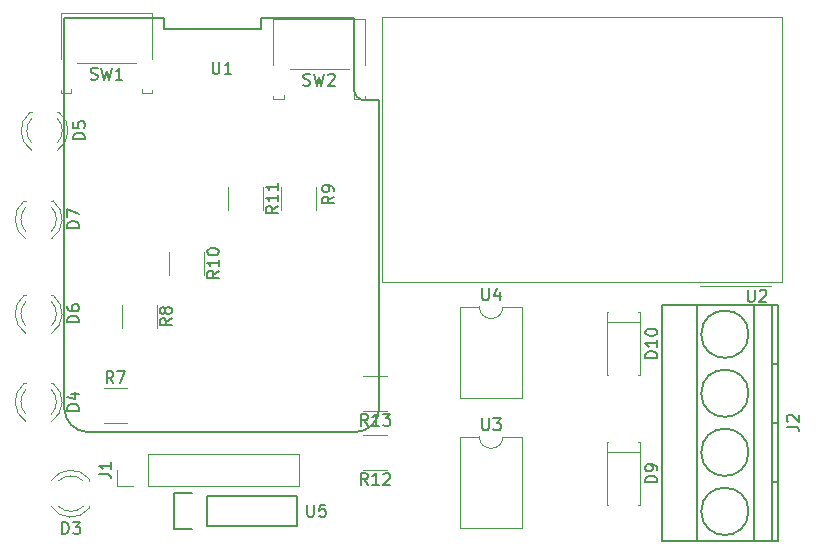
<source format=gto>
G04 #@! TF.GenerationSoftware,KiCad,Pcbnew,(5.1.5-0)*
G04 #@! TF.CreationDate,2020-03-21T14:33:05+01:00*
G04 #@! TF.ProjectId,CaptorBoard,43617074-6f72-4426-9f61-72642e6b6963,rev?*
G04 #@! TF.SameCoordinates,Original*
G04 #@! TF.FileFunction,Legend,Top*
G04 #@! TF.FilePolarity,Positive*
%FSLAX46Y46*%
G04 Gerber Fmt 4.6, Leading zero omitted, Abs format (unit mm)*
G04 Created by KiCad (PCBNEW (5.1.5-0)) date 2020-03-21 14:33:05*
%MOMM*%
%LPD*%
G04 APERTURE LIST*
%ADD10C,0.120000*%
%ADD11C,0.150000*%
G04 APERTURE END LIST*
D10*
X78078608Y-73942335D02*
G75*
G03X78235516Y-70710000I-1078608J1672335D01*
G01*
X75921392Y-73942335D02*
G75*
G02X75764484Y-70710000I1078608J1672335D01*
G01*
X78079837Y-73311130D02*
G75*
G03X78080000Y-71229039I-1079837J1041130D01*
G01*
X75920163Y-73311130D02*
G75*
G02X75920000Y-71229039I1079837J1041130D01*
G01*
X78236000Y-70710000D02*
X78080000Y-70710000D01*
X75920000Y-70710000D02*
X75764000Y-70710000D01*
X78078608Y-81942335D02*
G75*
G03X78235516Y-78710000I-1078608J1672335D01*
G01*
X75921392Y-81942335D02*
G75*
G02X75764484Y-78710000I1078608J1672335D01*
G01*
X78079837Y-81311130D02*
G75*
G03X78080000Y-79229039I-1079837J1041130D01*
G01*
X75920163Y-81311130D02*
G75*
G02X75920000Y-79229039I1079837J1041130D01*
G01*
X78236000Y-78710000D02*
X78080000Y-78710000D01*
X75920000Y-78710000D02*
X75764000Y-78710000D01*
X78578608Y-66442335D02*
G75*
G03X78735516Y-63210000I-1078608J1672335D01*
G01*
X76421392Y-66442335D02*
G75*
G02X76264484Y-63210000I1078608J1672335D01*
G01*
X78579837Y-65811130D02*
G75*
G03X78580000Y-63729039I-1079837J1041130D01*
G01*
X76420163Y-65811130D02*
G75*
G02X76420000Y-63729039I1079837J1041130D01*
G01*
X78736000Y-63210000D02*
X78580000Y-63210000D01*
X76420000Y-63210000D02*
X76264000Y-63210000D01*
X78078608Y-89402335D02*
G75*
G03X78235516Y-86170000I-1078608J1672335D01*
G01*
X75921392Y-89402335D02*
G75*
G02X75764484Y-86170000I1078608J1672335D01*
G01*
X78079837Y-88771130D02*
G75*
G03X78080000Y-86689039I-1079837J1041130D01*
G01*
X75920163Y-88771130D02*
G75*
G02X75920000Y-86689039I1079837J1041130D01*
G01*
X78236000Y-86170000D02*
X78080000Y-86170000D01*
X75920000Y-86170000D02*
X75764000Y-86170000D01*
X78057665Y-96578608D02*
G75*
G03X81290000Y-96735516I1672335J1078608D01*
G01*
X78057665Y-94421392D02*
G75*
G02X81290000Y-94264484I1672335J-1078608D01*
G01*
X78688870Y-96579837D02*
G75*
G03X80770961Y-96580000I1041130J1079837D01*
G01*
X78688870Y-94420163D02*
G75*
G02X80770961Y-94420000I1041130J-1079837D01*
G01*
X81290000Y-96736000D02*
X81290000Y-96580000D01*
X81290000Y-94420000D02*
X81290000Y-94264000D01*
X117960000Y-79670000D02*
X116310000Y-79670000D01*
X117960000Y-87410000D02*
X117960000Y-79670000D01*
X112660000Y-87410000D02*
X117960000Y-87410000D01*
X112660000Y-79670000D02*
X112660000Y-87410000D01*
X114310000Y-79670000D02*
X112660000Y-79670000D01*
X116310000Y-79670000D02*
G75*
G02X114310000Y-79670000I-1000000J0D01*
G01*
X116310000Y-90670000D02*
G75*
G02X114310000Y-90670000I-1000000J0D01*
G01*
X114310000Y-90670000D02*
X112660000Y-90670000D01*
X112660000Y-90670000D02*
X112660000Y-98410000D01*
X112660000Y-98410000D02*
X117960000Y-98410000D01*
X117960000Y-98410000D02*
X117960000Y-90670000D01*
X117960000Y-90670000D02*
X116310000Y-90670000D01*
X139970000Y-55180000D02*
X139970000Y-77620000D01*
X106030000Y-77620000D02*
X106030000Y-55180000D01*
X139970000Y-77620000D02*
X106030000Y-77620000D01*
X139970000Y-55180000D02*
X106030000Y-55180000D01*
X139000000Y-77950000D02*
X133000000Y-77950000D01*
D11*
X90000000Y-95476000D02*
X88476000Y-95476000D01*
X88476000Y-95476000D02*
X88476000Y-98524000D01*
X88476000Y-98524000D02*
X90000000Y-98524000D01*
X91270000Y-95730000D02*
X98890000Y-95730000D01*
X98890000Y-95730000D02*
X98890000Y-98270000D01*
X98890000Y-98270000D02*
X91270000Y-98270000D01*
X91270000Y-98270000D02*
X91270000Y-95730000D01*
D10*
X103730000Y-62120000D02*
X103730000Y-61770000D01*
X104620000Y-62120000D02*
X103730000Y-62120000D01*
X104620000Y-61820000D02*
X104620000Y-62120000D01*
X104620000Y-59180000D02*
X104620000Y-55330000D01*
X104620000Y-55330000D02*
X96880000Y-55330000D01*
X96880000Y-55330000D02*
X96880000Y-59180000D01*
X98260000Y-59570000D02*
X103240000Y-59570000D01*
X97770000Y-62120000D02*
X96880000Y-62120000D01*
X97770000Y-62120000D02*
X97770000Y-61770000D01*
X96880000Y-61820000D02*
X96880000Y-62120000D01*
X85730000Y-61620000D02*
X85730000Y-61270000D01*
X86620000Y-61620000D02*
X85730000Y-61620000D01*
X86620000Y-61320000D02*
X86620000Y-61620000D01*
X86620000Y-58680000D02*
X86620000Y-54830000D01*
X86620000Y-54830000D02*
X78880000Y-54830000D01*
X78880000Y-54830000D02*
X78880000Y-58680000D01*
X80260000Y-59070000D02*
X85240000Y-59070000D01*
X79770000Y-61620000D02*
X78880000Y-61620000D01*
X79770000Y-61620000D02*
X79770000Y-61270000D01*
X78880000Y-61320000D02*
X78880000Y-61620000D01*
X93020000Y-71500000D02*
X93020000Y-69500000D01*
X95980000Y-69500000D02*
X95980000Y-71500000D01*
X88020000Y-77000000D02*
X88020000Y-75000000D01*
X90980000Y-75000000D02*
X90980000Y-77000000D01*
X97520000Y-71500000D02*
X97520000Y-69500000D01*
X100480000Y-69500000D02*
X100480000Y-71500000D01*
X84020000Y-81500000D02*
X84020000Y-79500000D01*
X86980000Y-79500000D02*
X86980000Y-81500000D01*
X82500000Y-86520000D02*
X84500000Y-86520000D01*
X84500000Y-89480000D02*
X82500000Y-89480000D01*
X127780000Y-80150000D02*
X127910000Y-80150000D01*
X127910000Y-80150000D02*
X127910000Y-85470000D01*
X127910000Y-85470000D02*
X127780000Y-85470000D01*
X125220000Y-80150000D02*
X125090000Y-80150000D01*
X125090000Y-80150000D02*
X125090000Y-85470000D01*
X125090000Y-85470000D02*
X125220000Y-85470000D01*
X127910000Y-80990000D02*
X125090000Y-80990000D01*
X127780000Y-91150000D02*
X127910000Y-91150000D01*
X127910000Y-91150000D02*
X127910000Y-96470000D01*
X127910000Y-96470000D02*
X127780000Y-96470000D01*
X125220000Y-91150000D02*
X125090000Y-91150000D01*
X125090000Y-91150000D02*
X125090000Y-96470000D01*
X125090000Y-96470000D02*
X125220000Y-96470000D01*
X127910000Y-91990000D02*
X125090000Y-91990000D01*
D11*
X105830000Y-62200000D02*
X105830000Y-62200000D01*
X104670000Y-62200000D02*
X105830000Y-62200000D01*
X103680000Y-61200000D02*
G75*
G03X104680000Y-62200000I1000000J0D01*
G01*
X103680000Y-55200000D02*
X103680000Y-61200000D01*
X79170000Y-88280000D02*
G75*
G03X81170000Y-90280000I2000000J0D01*
G01*
X103830000Y-90280000D02*
G75*
G03X105830000Y-88280000I0J2000000D01*
G01*
X87600000Y-55200000D02*
X79170001Y-55200000D01*
X87600000Y-56200000D02*
X87600000Y-55200000D01*
X95820000Y-56200000D02*
X87600000Y-56200000D01*
X95820000Y-55200000D02*
X95820000Y-56200000D01*
X103680000Y-55200000D02*
X95820000Y-55200000D01*
X105830000Y-88280000D02*
X105830000Y-62200000D01*
X81170000Y-90280000D02*
X103830000Y-90280000D01*
X79170000Y-55200000D02*
X79170000Y-88280000D01*
D10*
X99030000Y-94830000D02*
X99030000Y-92170000D01*
X86270000Y-94830000D02*
X99030000Y-94830000D01*
X86270000Y-92170000D02*
X99030000Y-92170000D01*
X86270000Y-94830000D02*
X86270000Y-92170000D01*
X85000000Y-94830000D02*
X83670000Y-94830000D01*
X83670000Y-94830000D02*
X83670000Y-93500000D01*
D11*
X139100000Y-84500000D02*
X139600000Y-84500000D01*
X139100000Y-89500000D02*
X139600000Y-89500000D01*
X139100000Y-94500000D02*
X139600000Y-94500000D01*
X137600000Y-99500000D02*
X137600000Y-79500000D01*
X132700000Y-99500000D02*
X132700000Y-79500000D01*
X139100000Y-99500000D02*
X139100000Y-79500000D01*
X139600000Y-99500000D02*
X139600000Y-79500000D01*
X139600000Y-79500000D02*
X129800000Y-79500000D01*
X129800000Y-79500000D02*
X129800000Y-99500000D01*
X129800000Y-99500000D02*
X139600000Y-99500000D01*
X137100000Y-82000000D02*
G75*
G03X137100000Y-82000000I-2000000J0D01*
G01*
X137100000Y-87000000D02*
G75*
G03X137100000Y-87000000I-2000000J0D01*
G01*
X137100000Y-92000000D02*
G75*
G03X137100000Y-92000000I-2000000J0D01*
G01*
X137100000Y-97000000D02*
G75*
G03X137100000Y-97000000I-2000000J0D01*
G01*
D10*
X106500000Y-93480000D02*
X104500000Y-93480000D01*
X104500000Y-90520000D02*
X106500000Y-90520000D01*
X106500000Y-88480000D02*
X104500000Y-88480000D01*
X104500000Y-85520000D02*
X106500000Y-85520000D01*
D11*
X80412380Y-73008095D02*
X79412380Y-73008095D01*
X79412380Y-72770000D01*
X79460000Y-72627142D01*
X79555238Y-72531904D01*
X79650476Y-72484285D01*
X79840952Y-72436666D01*
X79983809Y-72436666D01*
X80174285Y-72484285D01*
X80269523Y-72531904D01*
X80364761Y-72627142D01*
X80412380Y-72770000D01*
X80412380Y-73008095D01*
X79412380Y-72103333D02*
X79412380Y-71436666D01*
X80412380Y-71865238D01*
X80412380Y-81008095D02*
X79412380Y-81008095D01*
X79412380Y-80770000D01*
X79460000Y-80627142D01*
X79555238Y-80531904D01*
X79650476Y-80484285D01*
X79840952Y-80436666D01*
X79983809Y-80436666D01*
X80174285Y-80484285D01*
X80269523Y-80531904D01*
X80364761Y-80627142D01*
X80412380Y-80770000D01*
X80412380Y-81008095D01*
X79412380Y-79579523D02*
X79412380Y-79770000D01*
X79460000Y-79865238D01*
X79507619Y-79912857D01*
X79650476Y-80008095D01*
X79840952Y-80055714D01*
X80221904Y-80055714D01*
X80317142Y-80008095D01*
X80364761Y-79960476D01*
X80412380Y-79865238D01*
X80412380Y-79674761D01*
X80364761Y-79579523D01*
X80317142Y-79531904D01*
X80221904Y-79484285D01*
X79983809Y-79484285D01*
X79888571Y-79531904D01*
X79840952Y-79579523D01*
X79793333Y-79674761D01*
X79793333Y-79865238D01*
X79840952Y-79960476D01*
X79888571Y-80008095D01*
X79983809Y-80055714D01*
X80912380Y-65508095D02*
X79912380Y-65508095D01*
X79912380Y-65270000D01*
X79960000Y-65127142D01*
X80055238Y-65031904D01*
X80150476Y-64984285D01*
X80340952Y-64936666D01*
X80483809Y-64936666D01*
X80674285Y-64984285D01*
X80769523Y-65031904D01*
X80864761Y-65127142D01*
X80912380Y-65270000D01*
X80912380Y-65508095D01*
X79912380Y-64031904D02*
X79912380Y-64508095D01*
X80388571Y-64555714D01*
X80340952Y-64508095D01*
X80293333Y-64412857D01*
X80293333Y-64174761D01*
X80340952Y-64079523D01*
X80388571Y-64031904D01*
X80483809Y-63984285D01*
X80721904Y-63984285D01*
X80817142Y-64031904D01*
X80864761Y-64079523D01*
X80912380Y-64174761D01*
X80912380Y-64412857D01*
X80864761Y-64508095D01*
X80817142Y-64555714D01*
X80412380Y-88468095D02*
X79412380Y-88468095D01*
X79412380Y-88230000D01*
X79460000Y-88087142D01*
X79555238Y-87991904D01*
X79650476Y-87944285D01*
X79840952Y-87896666D01*
X79983809Y-87896666D01*
X80174285Y-87944285D01*
X80269523Y-87991904D01*
X80364761Y-88087142D01*
X80412380Y-88230000D01*
X80412380Y-88468095D01*
X79745714Y-87039523D02*
X80412380Y-87039523D01*
X79364761Y-87277619D02*
X80079047Y-87515714D01*
X80079047Y-86896666D01*
X78991904Y-98912380D02*
X78991904Y-97912380D01*
X79230000Y-97912380D01*
X79372857Y-97960000D01*
X79468095Y-98055238D01*
X79515714Y-98150476D01*
X79563333Y-98340952D01*
X79563333Y-98483809D01*
X79515714Y-98674285D01*
X79468095Y-98769523D01*
X79372857Y-98864761D01*
X79230000Y-98912380D01*
X78991904Y-98912380D01*
X79896666Y-97912380D02*
X80515714Y-97912380D01*
X80182380Y-98293333D01*
X80325238Y-98293333D01*
X80420476Y-98340952D01*
X80468095Y-98388571D01*
X80515714Y-98483809D01*
X80515714Y-98721904D01*
X80468095Y-98817142D01*
X80420476Y-98864761D01*
X80325238Y-98912380D01*
X80039523Y-98912380D01*
X79944285Y-98864761D01*
X79896666Y-98817142D01*
X114548095Y-78122380D02*
X114548095Y-78931904D01*
X114595714Y-79027142D01*
X114643333Y-79074761D01*
X114738571Y-79122380D01*
X114929047Y-79122380D01*
X115024285Y-79074761D01*
X115071904Y-79027142D01*
X115119523Y-78931904D01*
X115119523Y-78122380D01*
X116024285Y-78455714D02*
X116024285Y-79122380D01*
X115786190Y-78074761D02*
X115548095Y-78789047D01*
X116167142Y-78789047D01*
X114548095Y-89122380D02*
X114548095Y-89931904D01*
X114595714Y-90027142D01*
X114643333Y-90074761D01*
X114738571Y-90122380D01*
X114929047Y-90122380D01*
X115024285Y-90074761D01*
X115071904Y-90027142D01*
X115119523Y-89931904D01*
X115119523Y-89122380D01*
X115500476Y-89122380D02*
X116119523Y-89122380D01*
X115786190Y-89503333D01*
X115929047Y-89503333D01*
X116024285Y-89550952D01*
X116071904Y-89598571D01*
X116119523Y-89693809D01*
X116119523Y-89931904D01*
X116071904Y-90027142D01*
X116024285Y-90074761D01*
X115929047Y-90122380D01*
X115643333Y-90122380D01*
X115548095Y-90074761D01*
X115500476Y-90027142D01*
X137038095Y-78252380D02*
X137038095Y-79061904D01*
X137085714Y-79157142D01*
X137133333Y-79204761D01*
X137228571Y-79252380D01*
X137419047Y-79252380D01*
X137514285Y-79204761D01*
X137561904Y-79157142D01*
X137609523Y-79061904D01*
X137609523Y-78252380D01*
X138038095Y-78347619D02*
X138085714Y-78300000D01*
X138180952Y-78252380D01*
X138419047Y-78252380D01*
X138514285Y-78300000D01*
X138561904Y-78347619D01*
X138609523Y-78442857D01*
X138609523Y-78538095D01*
X138561904Y-78680952D01*
X137990476Y-79252380D01*
X138609523Y-79252380D01*
X99738095Y-96452380D02*
X99738095Y-97261904D01*
X99785714Y-97357142D01*
X99833333Y-97404761D01*
X99928571Y-97452380D01*
X100119047Y-97452380D01*
X100214285Y-97404761D01*
X100261904Y-97357142D01*
X100309523Y-97261904D01*
X100309523Y-96452380D01*
X101261904Y-96452380D02*
X100785714Y-96452380D01*
X100738095Y-96928571D01*
X100785714Y-96880952D01*
X100880952Y-96833333D01*
X101119047Y-96833333D01*
X101214285Y-96880952D01*
X101261904Y-96928571D01*
X101309523Y-97023809D01*
X101309523Y-97261904D01*
X101261904Y-97357142D01*
X101214285Y-97404761D01*
X101119047Y-97452380D01*
X100880952Y-97452380D01*
X100785714Y-97404761D01*
X100738095Y-97357142D01*
X99416666Y-60904761D02*
X99559523Y-60952380D01*
X99797619Y-60952380D01*
X99892857Y-60904761D01*
X99940476Y-60857142D01*
X99988095Y-60761904D01*
X99988095Y-60666666D01*
X99940476Y-60571428D01*
X99892857Y-60523809D01*
X99797619Y-60476190D01*
X99607142Y-60428571D01*
X99511904Y-60380952D01*
X99464285Y-60333333D01*
X99416666Y-60238095D01*
X99416666Y-60142857D01*
X99464285Y-60047619D01*
X99511904Y-60000000D01*
X99607142Y-59952380D01*
X99845238Y-59952380D01*
X99988095Y-60000000D01*
X100321428Y-59952380D02*
X100559523Y-60952380D01*
X100750000Y-60238095D01*
X100940476Y-60952380D01*
X101178571Y-59952380D01*
X101511904Y-60047619D02*
X101559523Y-60000000D01*
X101654761Y-59952380D01*
X101892857Y-59952380D01*
X101988095Y-60000000D01*
X102035714Y-60047619D01*
X102083333Y-60142857D01*
X102083333Y-60238095D01*
X102035714Y-60380952D01*
X101464285Y-60952380D01*
X102083333Y-60952380D01*
X81416666Y-60404761D02*
X81559523Y-60452380D01*
X81797619Y-60452380D01*
X81892857Y-60404761D01*
X81940476Y-60357142D01*
X81988095Y-60261904D01*
X81988095Y-60166666D01*
X81940476Y-60071428D01*
X81892857Y-60023809D01*
X81797619Y-59976190D01*
X81607142Y-59928571D01*
X81511904Y-59880952D01*
X81464285Y-59833333D01*
X81416666Y-59738095D01*
X81416666Y-59642857D01*
X81464285Y-59547619D01*
X81511904Y-59500000D01*
X81607142Y-59452380D01*
X81845238Y-59452380D01*
X81988095Y-59500000D01*
X82321428Y-59452380D02*
X82559523Y-60452380D01*
X82750000Y-59738095D01*
X82940476Y-60452380D01*
X83178571Y-59452380D01*
X84083333Y-60452380D02*
X83511904Y-60452380D01*
X83797619Y-60452380D02*
X83797619Y-59452380D01*
X83702380Y-59595238D01*
X83607142Y-59690476D01*
X83511904Y-59738095D01*
X97252380Y-71142857D02*
X96776190Y-71476190D01*
X97252380Y-71714285D02*
X96252380Y-71714285D01*
X96252380Y-71333333D01*
X96300000Y-71238095D01*
X96347619Y-71190476D01*
X96442857Y-71142857D01*
X96585714Y-71142857D01*
X96680952Y-71190476D01*
X96728571Y-71238095D01*
X96776190Y-71333333D01*
X96776190Y-71714285D01*
X97252380Y-70190476D02*
X97252380Y-70761904D01*
X97252380Y-70476190D02*
X96252380Y-70476190D01*
X96395238Y-70571428D01*
X96490476Y-70666666D01*
X96538095Y-70761904D01*
X97252380Y-69238095D02*
X97252380Y-69809523D01*
X97252380Y-69523809D02*
X96252380Y-69523809D01*
X96395238Y-69619047D01*
X96490476Y-69714285D01*
X96538095Y-69809523D01*
X92252380Y-76642857D02*
X91776190Y-76976190D01*
X92252380Y-77214285D02*
X91252380Y-77214285D01*
X91252380Y-76833333D01*
X91300000Y-76738095D01*
X91347619Y-76690476D01*
X91442857Y-76642857D01*
X91585714Y-76642857D01*
X91680952Y-76690476D01*
X91728571Y-76738095D01*
X91776190Y-76833333D01*
X91776190Y-77214285D01*
X92252380Y-75690476D02*
X92252380Y-76261904D01*
X92252380Y-75976190D02*
X91252380Y-75976190D01*
X91395238Y-76071428D01*
X91490476Y-76166666D01*
X91538095Y-76261904D01*
X91252380Y-75071428D02*
X91252380Y-74976190D01*
X91300000Y-74880952D01*
X91347619Y-74833333D01*
X91442857Y-74785714D01*
X91633333Y-74738095D01*
X91871428Y-74738095D01*
X92061904Y-74785714D01*
X92157142Y-74833333D01*
X92204761Y-74880952D01*
X92252380Y-74976190D01*
X92252380Y-75071428D01*
X92204761Y-75166666D01*
X92157142Y-75214285D01*
X92061904Y-75261904D01*
X91871428Y-75309523D01*
X91633333Y-75309523D01*
X91442857Y-75261904D01*
X91347619Y-75214285D01*
X91300000Y-75166666D01*
X91252380Y-75071428D01*
X101992380Y-70346666D02*
X101516190Y-70680000D01*
X101992380Y-70918095D02*
X100992380Y-70918095D01*
X100992380Y-70537142D01*
X101040000Y-70441904D01*
X101087619Y-70394285D01*
X101182857Y-70346666D01*
X101325714Y-70346666D01*
X101420952Y-70394285D01*
X101468571Y-70441904D01*
X101516190Y-70537142D01*
X101516190Y-70918095D01*
X101992380Y-69870476D02*
X101992380Y-69680000D01*
X101944761Y-69584761D01*
X101897142Y-69537142D01*
X101754285Y-69441904D01*
X101563809Y-69394285D01*
X101182857Y-69394285D01*
X101087619Y-69441904D01*
X101040000Y-69489523D01*
X100992380Y-69584761D01*
X100992380Y-69775238D01*
X101040000Y-69870476D01*
X101087619Y-69918095D01*
X101182857Y-69965714D01*
X101420952Y-69965714D01*
X101516190Y-69918095D01*
X101563809Y-69870476D01*
X101611428Y-69775238D01*
X101611428Y-69584761D01*
X101563809Y-69489523D01*
X101516190Y-69441904D01*
X101420952Y-69394285D01*
X88252380Y-80666666D02*
X87776190Y-81000000D01*
X88252380Y-81238095D02*
X87252380Y-81238095D01*
X87252380Y-80857142D01*
X87300000Y-80761904D01*
X87347619Y-80714285D01*
X87442857Y-80666666D01*
X87585714Y-80666666D01*
X87680952Y-80714285D01*
X87728571Y-80761904D01*
X87776190Y-80857142D01*
X87776190Y-81238095D01*
X87680952Y-80095238D02*
X87633333Y-80190476D01*
X87585714Y-80238095D01*
X87490476Y-80285714D01*
X87442857Y-80285714D01*
X87347619Y-80238095D01*
X87300000Y-80190476D01*
X87252380Y-80095238D01*
X87252380Y-79904761D01*
X87300000Y-79809523D01*
X87347619Y-79761904D01*
X87442857Y-79714285D01*
X87490476Y-79714285D01*
X87585714Y-79761904D01*
X87633333Y-79809523D01*
X87680952Y-79904761D01*
X87680952Y-80095238D01*
X87728571Y-80190476D01*
X87776190Y-80238095D01*
X87871428Y-80285714D01*
X88061904Y-80285714D01*
X88157142Y-80238095D01*
X88204761Y-80190476D01*
X88252380Y-80095238D01*
X88252380Y-79904761D01*
X88204761Y-79809523D01*
X88157142Y-79761904D01*
X88061904Y-79714285D01*
X87871428Y-79714285D01*
X87776190Y-79761904D01*
X87728571Y-79809523D01*
X87680952Y-79904761D01*
X83333333Y-86152380D02*
X83000000Y-85676190D01*
X82761904Y-86152380D02*
X82761904Y-85152380D01*
X83142857Y-85152380D01*
X83238095Y-85200000D01*
X83285714Y-85247619D01*
X83333333Y-85342857D01*
X83333333Y-85485714D01*
X83285714Y-85580952D01*
X83238095Y-85628571D01*
X83142857Y-85676190D01*
X82761904Y-85676190D01*
X83666666Y-85152380D02*
X84333333Y-85152380D01*
X83904761Y-86152380D01*
X129362380Y-84024285D02*
X128362380Y-84024285D01*
X128362380Y-83786190D01*
X128410000Y-83643333D01*
X128505238Y-83548095D01*
X128600476Y-83500476D01*
X128790952Y-83452857D01*
X128933809Y-83452857D01*
X129124285Y-83500476D01*
X129219523Y-83548095D01*
X129314761Y-83643333D01*
X129362380Y-83786190D01*
X129362380Y-84024285D01*
X129362380Y-82500476D02*
X129362380Y-83071904D01*
X129362380Y-82786190D02*
X128362380Y-82786190D01*
X128505238Y-82881428D01*
X128600476Y-82976666D01*
X128648095Y-83071904D01*
X128362380Y-81881428D02*
X128362380Y-81786190D01*
X128410000Y-81690952D01*
X128457619Y-81643333D01*
X128552857Y-81595714D01*
X128743333Y-81548095D01*
X128981428Y-81548095D01*
X129171904Y-81595714D01*
X129267142Y-81643333D01*
X129314761Y-81690952D01*
X129362380Y-81786190D01*
X129362380Y-81881428D01*
X129314761Y-81976666D01*
X129267142Y-82024285D01*
X129171904Y-82071904D01*
X128981428Y-82119523D01*
X128743333Y-82119523D01*
X128552857Y-82071904D01*
X128457619Y-82024285D01*
X128410000Y-81976666D01*
X128362380Y-81881428D01*
X129362380Y-94548095D02*
X128362380Y-94548095D01*
X128362380Y-94310000D01*
X128410000Y-94167142D01*
X128505238Y-94071904D01*
X128600476Y-94024285D01*
X128790952Y-93976666D01*
X128933809Y-93976666D01*
X129124285Y-94024285D01*
X129219523Y-94071904D01*
X129314761Y-94167142D01*
X129362380Y-94310000D01*
X129362380Y-94548095D01*
X129362380Y-93500476D02*
X129362380Y-93310000D01*
X129314761Y-93214761D01*
X129267142Y-93167142D01*
X129124285Y-93071904D01*
X128933809Y-93024285D01*
X128552857Y-93024285D01*
X128457619Y-93071904D01*
X128410000Y-93119523D01*
X128362380Y-93214761D01*
X128362380Y-93405238D01*
X128410000Y-93500476D01*
X128457619Y-93548095D01*
X128552857Y-93595714D01*
X128790952Y-93595714D01*
X128886190Y-93548095D01*
X128933809Y-93500476D01*
X128981428Y-93405238D01*
X128981428Y-93214761D01*
X128933809Y-93119523D01*
X128886190Y-93071904D01*
X128790952Y-93024285D01*
X91738095Y-58952380D02*
X91738095Y-59761904D01*
X91785714Y-59857142D01*
X91833333Y-59904761D01*
X91928571Y-59952380D01*
X92119047Y-59952380D01*
X92214285Y-59904761D01*
X92261904Y-59857142D01*
X92309523Y-59761904D01*
X92309523Y-58952380D01*
X93309523Y-59952380D02*
X92738095Y-59952380D01*
X93023809Y-59952380D02*
X93023809Y-58952380D01*
X92928571Y-59095238D01*
X92833333Y-59190476D01*
X92738095Y-59238095D01*
X82122380Y-93833333D02*
X82836666Y-93833333D01*
X82979523Y-93880952D01*
X83074761Y-93976190D01*
X83122380Y-94119047D01*
X83122380Y-94214285D01*
X83122380Y-92833333D02*
X83122380Y-93404761D01*
X83122380Y-93119047D02*
X82122380Y-93119047D01*
X82265238Y-93214285D01*
X82360476Y-93309523D01*
X82408095Y-93404761D01*
X140352380Y-89833333D02*
X141066666Y-89833333D01*
X141209523Y-89880952D01*
X141304761Y-89976190D01*
X141352380Y-90119047D01*
X141352380Y-90214285D01*
X140447619Y-89404761D02*
X140400000Y-89357142D01*
X140352380Y-89261904D01*
X140352380Y-89023809D01*
X140400000Y-88928571D01*
X140447619Y-88880952D01*
X140542857Y-88833333D01*
X140638095Y-88833333D01*
X140780952Y-88880952D01*
X141352380Y-89452380D01*
X141352380Y-88833333D01*
X104857142Y-94752380D02*
X104523809Y-94276190D01*
X104285714Y-94752380D02*
X104285714Y-93752380D01*
X104666666Y-93752380D01*
X104761904Y-93800000D01*
X104809523Y-93847619D01*
X104857142Y-93942857D01*
X104857142Y-94085714D01*
X104809523Y-94180952D01*
X104761904Y-94228571D01*
X104666666Y-94276190D01*
X104285714Y-94276190D01*
X105809523Y-94752380D02*
X105238095Y-94752380D01*
X105523809Y-94752380D02*
X105523809Y-93752380D01*
X105428571Y-93895238D01*
X105333333Y-93990476D01*
X105238095Y-94038095D01*
X106190476Y-93847619D02*
X106238095Y-93800000D01*
X106333333Y-93752380D01*
X106571428Y-93752380D01*
X106666666Y-93800000D01*
X106714285Y-93847619D01*
X106761904Y-93942857D01*
X106761904Y-94038095D01*
X106714285Y-94180952D01*
X106142857Y-94752380D01*
X106761904Y-94752380D01*
X104857142Y-89752380D02*
X104523809Y-89276190D01*
X104285714Y-89752380D02*
X104285714Y-88752380D01*
X104666666Y-88752380D01*
X104761904Y-88800000D01*
X104809523Y-88847619D01*
X104857142Y-88942857D01*
X104857142Y-89085714D01*
X104809523Y-89180952D01*
X104761904Y-89228571D01*
X104666666Y-89276190D01*
X104285714Y-89276190D01*
X105809523Y-89752380D02*
X105238095Y-89752380D01*
X105523809Y-89752380D02*
X105523809Y-88752380D01*
X105428571Y-88895238D01*
X105333333Y-88990476D01*
X105238095Y-89038095D01*
X106142857Y-88752380D02*
X106761904Y-88752380D01*
X106428571Y-89133333D01*
X106571428Y-89133333D01*
X106666666Y-89180952D01*
X106714285Y-89228571D01*
X106761904Y-89323809D01*
X106761904Y-89561904D01*
X106714285Y-89657142D01*
X106666666Y-89704761D01*
X106571428Y-89752380D01*
X106285714Y-89752380D01*
X106190476Y-89704761D01*
X106142857Y-89657142D01*
M02*

</source>
